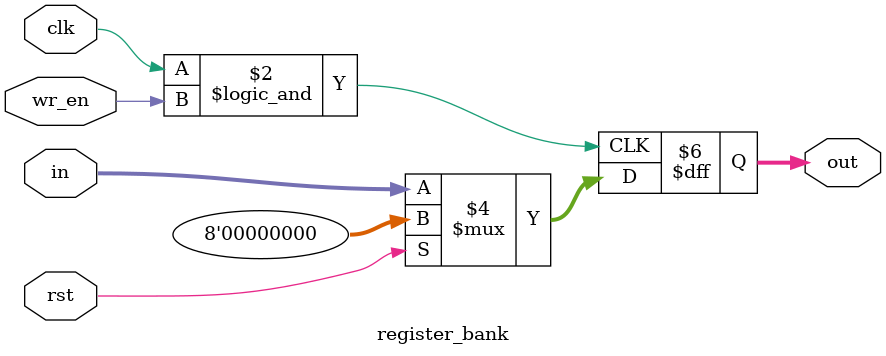
<source format=v>
module register_bank #(
	parameter WIDTH = 8 )(
	input [0:0]	       clk,
	input [0:0]	       rst,
	input [0:0]	       wr_en,
	input [WIDTH-1:0]      in,
	output reg [WIDTH-1:0] out	
	);
always @(posedge clk && wr_en)
 begin
 if (rst) out = 8'b00000000;
   else out <= in;
end
endmodule

</source>
